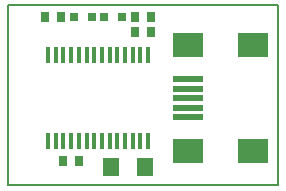
<source format=gtp>
G75*
%MOIN*%
%OFA0B0*%
%FSLAX25Y25*%
%IPPOS*%
%LPD*%
%AMOC8*
5,1,8,0,0,1.08239X$1,22.5*
%
%ADD10C,0.00800*%
%ADD11R,0.02756X0.03543*%
%ADD12R,0.05512X0.06299*%
%ADD13R,0.09843X0.01969*%
%ADD14R,0.09843X0.07874*%
%ADD15R,0.01370X0.05500*%
%ADD16R,0.03150X0.03150*%
D10*
X0008114Y0006500D02*
X0008114Y0066500D01*
X0098114Y0066500D01*
X0098114Y0006500D01*
X0008114Y0006500D01*
D11*
X0026555Y0014500D03*
X0031673Y0014500D03*
X0050555Y0057500D03*
X0055673Y0057500D03*
X0055673Y0062500D03*
X0050555Y0062500D03*
X0025673Y0062500D03*
X0020555Y0062500D03*
D12*
X0042602Y0012500D03*
X0053626Y0012500D03*
D13*
X0068272Y0029201D03*
X0068272Y0032350D03*
X0068272Y0035500D03*
X0068272Y0038650D03*
X0068272Y0041799D03*
D14*
X0068272Y0053217D03*
X0089925Y0053217D03*
X0089925Y0017783D03*
X0068272Y0017783D03*
D15*
X0054748Y0021106D03*
X0052189Y0021106D03*
X0049630Y0021106D03*
X0047071Y0021106D03*
X0044512Y0021106D03*
X0041953Y0021106D03*
X0039394Y0021106D03*
X0036835Y0021106D03*
X0034276Y0021106D03*
X0031717Y0021106D03*
X0029157Y0021106D03*
X0026598Y0021106D03*
X0024039Y0021106D03*
X0021480Y0021106D03*
X0021480Y0049894D03*
X0024039Y0049894D03*
X0026598Y0049894D03*
X0029157Y0049894D03*
X0031717Y0049894D03*
X0034276Y0049894D03*
X0036835Y0049894D03*
X0039394Y0049894D03*
X0041953Y0049894D03*
X0044512Y0049894D03*
X0047071Y0049894D03*
X0049630Y0049894D03*
X0052189Y0049894D03*
X0054748Y0049894D03*
D16*
X0046067Y0062500D03*
X0040161Y0062500D03*
X0036067Y0062500D03*
X0030161Y0062500D03*
M02*

</source>
